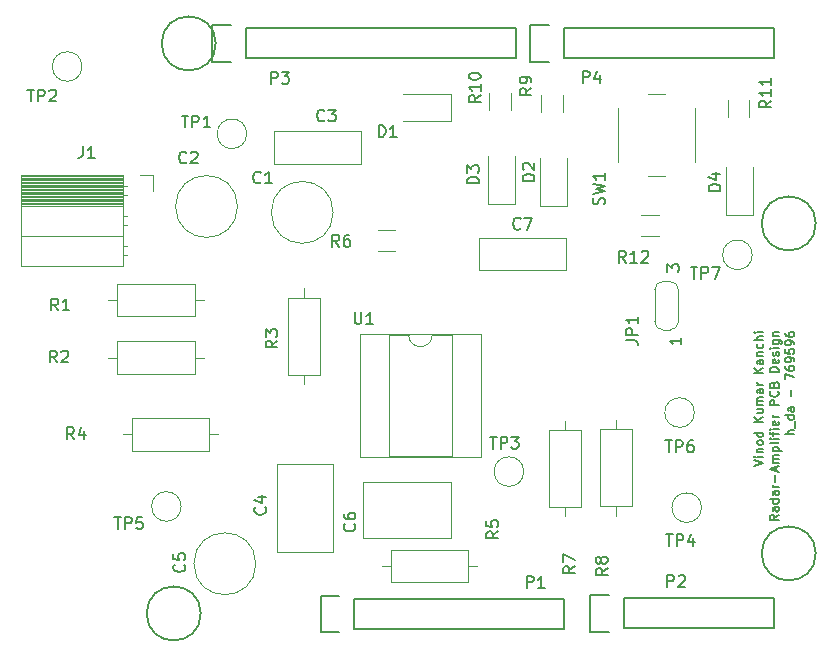
<source format=gbr>
%TF.GenerationSoftware,KiCad,Pcbnew,(5.1.9)-1*%
%TF.CreationDate,2021-05-23T14:15:34+02:00*%
%TF.ProjectId,NewRadar,4e657752-6164-4617-922e-6b696361645f,Radar_1v1.1*%
%TF.SameCoordinates,Original*%
%TF.FileFunction,Legend,Top*%
%TF.FilePolarity,Positive*%
%FSLAX46Y46*%
G04 Gerber Fmt 4.6, Leading zero omitted, Abs format (unit mm)*
G04 Created by KiCad (PCBNEW (5.1.9)-1) date 2021-05-23 14:15:34*
%MOMM*%
%LPD*%
G01*
G04 APERTURE LIST*
%ADD10C,0.187500*%
%ADD11C,0.120000*%
%ADD12C,0.150000*%
G04 APERTURE END LIST*
D10*
X174124785Y-111301160D02*
X174874785Y-111051160D01*
X174124785Y-110801160D01*
X174874785Y-110551160D02*
X174374785Y-110551160D01*
X174124785Y-110551160D02*
X174160500Y-110586875D01*
X174196214Y-110551160D01*
X174160500Y-110515446D01*
X174124785Y-110551160D01*
X174196214Y-110551160D01*
X174374785Y-110194017D02*
X174874785Y-110194017D01*
X174446214Y-110194017D02*
X174410500Y-110158303D01*
X174374785Y-110086875D01*
X174374785Y-109979732D01*
X174410500Y-109908303D01*
X174481928Y-109872589D01*
X174874785Y-109872589D01*
X174874785Y-109408303D02*
X174839071Y-109479732D01*
X174803357Y-109515446D01*
X174731928Y-109551160D01*
X174517642Y-109551160D01*
X174446214Y-109515446D01*
X174410500Y-109479732D01*
X174374785Y-109408303D01*
X174374785Y-109301160D01*
X174410500Y-109229732D01*
X174446214Y-109194017D01*
X174517642Y-109158303D01*
X174731928Y-109158303D01*
X174803357Y-109194017D01*
X174839071Y-109229732D01*
X174874785Y-109301160D01*
X174874785Y-109408303D01*
X174874785Y-108515446D02*
X174124785Y-108515446D01*
X174839071Y-108515446D02*
X174874785Y-108586875D01*
X174874785Y-108729732D01*
X174839071Y-108801160D01*
X174803357Y-108836875D01*
X174731928Y-108872589D01*
X174517642Y-108872589D01*
X174446214Y-108836875D01*
X174410500Y-108801160D01*
X174374785Y-108729732D01*
X174374785Y-108586875D01*
X174410500Y-108515446D01*
X174874785Y-107586875D02*
X174124785Y-107586875D01*
X174874785Y-107158303D02*
X174446214Y-107479732D01*
X174124785Y-107158303D02*
X174553357Y-107586875D01*
X174374785Y-106515446D02*
X174874785Y-106515446D01*
X174374785Y-106836875D02*
X174767642Y-106836875D01*
X174839071Y-106801160D01*
X174874785Y-106729732D01*
X174874785Y-106622589D01*
X174839071Y-106551160D01*
X174803357Y-106515446D01*
X174874785Y-106158303D02*
X174374785Y-106158303D01*
X174446214Y-106158303D02*
X174410500Y-106122589D01*
X174374785Y-106051160D01*
X174374785Y-105944017D01*
X174410500Y-105872589D01*
X174481928Y-105836875D01*
X174874785Y-105836875D01*
X174481928Y-105836875D02*
X174410500Y-105801160D01*
X174374785Y-105729732D01*
X174374785Y-105622589D01*
X174410500Y-105551160D01*
X174481928Y-105515446D01*
X174874785Y-105515446D01*
X174874785Y-104836875D02*
X174481928Y-104836875D01*
X174410500Y-104872589D01*
X174374785Y-104944017D01*
X174374785Y-105086875D01*
X174410500Y-105158303D01*
X174839071Y-104836875D02*
X174874785Y-104908303D01*
X174874785Y-105086875D01*
X174839071Y-105158303D01*
X174767642Y-105194017D01*
X174696214Y-105194017D01*
X174624785Y-105158303D01*
X174589071Y-105086875D01*
X174589071Y-104908303D01*
X174553357Y-104836875D01*
X174874785Y-104479732D02*
X174374785Y-104479732D01*
X174517642Y-104479732D02*
X174446214Y-104444017D01*
X174410500Y-104408303D01*
X174374785Y-104336875D01*
X174374785Y-104265446D01*
X174874785Y-103444017D02*
X174124785Y-103444017D01*
X174874785Y-103015446D02*
X174446214Y-103336875D01*
X174124785Y-103015446D02*
X174553357Y-103444017D01*
X174874785Y-102372589D02*
X174481928Y-102372589D01*
X174410500Y-102408303D01*
X174374785Y-102479732D01*
X174374785Y-102622589D01*
X174410500Y-102694017D01*
X174839071Y-102372589D02*
X174874785Y-102444017D01*
X174874785Y-102622589D01*
X174839071Y-102694017D01*
X174767642Y-102729732D01*
X174696214Y-102729732D01*
X174624785Y-102694017D01*
X174589071Y-102622589D01*
X174589071Y-102444017D01*
X174553357Y-102372589D01*
X174374785Y-102015446D02*
X174874785Y-102015446D01*
X174446214Y-102015446D02*
X174410500Y-101979732D01*
X174374785Y-101908303D01*
X174374785Y-101801160D01*
X174410500Y-101729732D01*
X174481928Y-101694017D01*
X174874785Y-101694017D01*
X174839071Y-101015446D02*
X174874785Y-101086875D01*
X174874785Y-101229732D01*
X174839071Y-101301160D01*
X174803357Y-101336875D01*
X174731928Y-101372589D01*
X174517642Y-101372589D01*
X174446214Y-101336875D01*
X174410500Y-101301160D01*
X174374785Y-101229732D01*
X174374785Y-101086875D01*
X174410500Y-101015446D01*
X174874785Y-100694017D02*
X174124785Y-100694017D01*
X174874785Y-100372589D02*
X174481928Y-100372589D01*
X174410500Y-100408303D01*
X174374785Y-100479732D01*
X174374785Y-100586875D01*
X174410500Y-100658303D01*
X174446214Y-100694017D01*
X174874785Y-100015446D02*
X174374785Y-100015446D01*
X174124785Y-100015446D02*
X174160500Y-100051160D01*
X174196214Y-100015446D01*
X174160500Y-99979732D01*
X174124785Y-100015446D01*
X174196214Y-100015446D01*
X176187285Y-115479732D02*
X175830142Y-115729732D01*
X176187285Y-115908303D02*
X175437285Y-115908303D01*
X175437285Y-115622589D01*
X175473000Y-115551160D01*
X175508714Y-115515446D01*
X175580142Y-115479732D01*
X175687285Y-115479732D01*
X175758714Y-115515446D01*
X175794428Y-115551160D01*
X175830142Y-115622589D01*
X175830142Y-115908303D01*
X176187285Y-114836875D02*
X175794428Y-114836875D01*
X175723000Y-114872589D01*
X175687285Y-114944017D01*
X175687285Y-115086875D01*
X175723000Y-115158303D01*
X176151571Y-114836875D02*
X176187285Y-114908303D01*
X176187285Y-115086875D01*
X176151571Y-115158303D01*
X176080142Y-115194017D01*
X176008714Y-115194017D01*
X175937285Y-115158303D01*
X175901571Y-115086875D01*
X175901571Y-114908303D01*
X175865857Y-114836875D01*
X176187285Y-114158303D02*
X175437285Y-114158303D01*
X176151571Y-114158303D02*
X176187285Y-114229732D01*
X176187285Y-114372589D01*
X176151571Y-114444017D01*
X176115857Y-114479732D01*
X176044428Y-114515446D01*
X175830142Y-114515446D01*
X175758714Y-114479732D01*
X175723000Y-114444017D01*
X175687285Y-114372589D01*
X175687285Y-114229732D01*
X175723000Y-114158303D01*
X176187285Y-113479732D02*
X175794428Y-113479732D01*
X175723000Y-113515446D01*
X175687285Y-113586875D01*
X175687285Y-113729732D01*
X175723000Y-113801160D01*
X176151571Y-113479732D02*
X176187285Y-113551160D01*
X176187285Y-113729732D01*
X176151571Y-113801160D01*
X176080142Y-113836875D01*
X176008714Y-113836875D01*
X175937285Y-113801160D01*
X175901571Y-113729732D01*
X175901571Y-113551160D01*
X175865857Y-113479732D01*
X176187285Y-113122589D02*
X175687285Y-113122589D01*
X175830142Y-113122589D02*
X175758714Y-113086875D01*
X175723000Y-113051160D01*
X175687285Y-112979732D01*
X175687285Y-112908303D01*
X175901571Y-112658303D02*
X175901571Y-112086875D01*
X175973000Y-111765446D02*
X175973000Y-111408303D01*
X176187285Y-111836875D02*
X175437285Y-111586875D01*
X176187285Y-111336875D01*
X176187285Y-111086875D02*
X175687285Y-111086875D01*
X175758714Y-111086875D02*
X175723000Y-111051160D01*
X175687285Y-110979732D01*
X175687285Y-110872589D01*
X175723000Y-110801160D01*
X175794428Y-110765446D01*
X176187285Y-110765446D01*
X175794428Y-110765446D02*
X175723000Y-110729732D01*
X175687285Y-110658303D01*
X175687285Y-110551160D01*
X175723000Y-110479732D01*
X175794428Y-110444017D01*
X176187285Y-110444017D01*
X175687285Y-110086875D02*
X176437285Y-110086875D01*
X175723000Y-110086875D02*
X175687285Y-110015446D01*
X175687285Y-109872589D01*
X175723000Y-109801160D01*
X175758714Y-109765446D01*
X175830142Y-109729732D01*
X176044428Y-109729732D01*
X176115857Y-109765446D01*
X176151571Y-109801160D01*
X176187285Y-109872589D01*
X176187285Y-110015446D01*
X176151571Y-110086875D01*
X176187285Y-109301160D02*
X176151571Y-109372589D01*
X176080142Y-109408303D01*
X175437285Y-109408303D01*
X176187285Y-109015446D02*
X175687285Y-109015446D01*
X175437285Y-109015446D02*
X175473000Y-109051160D01*
X175508714Y-109015446D01*
X175473000Y-108979732D01*
X175437285Y-109015446D01*
X175508714Y-109015446D01*
X175687285Y-108765446D02*
X175687285Y-108479732D01*
X176187285Y-108658303D02*
X175544428Y-108658303D01*
X175473000Y-108622589D01*
X175437285Y-108551160D01*
X175437285Y-108479732D01*
X176187285Y-108229732D02*
X175687285Y-108229732D01*
X175437285Y-108229732D02*
X175473000Y-108265446D01*
X175508714Y-108229732D01*
X175473000Y-108194017D01*
X175437285Y-108229732D01*
X175508714Y-108229732D01*
X176151571Y-107586875D02*
X176187285Y-107658303D01*
X176187285Y-107801160D01*
X176151571Y-107872589D01*
X176080142Y-107908303D01*
X175794428Y-107908303D01*
X175723000Y-107872589D01*
X175687285Y-107801160D01*
X175687285Y-107658303D01*
X175723000Y-107586875D01*
X175794428Y-107551160D01*
X175865857Y-107551160D01*
X175937285Y-107908303D01*
X176187285Y-107229732D02*
X175687285Y-107229732D01*
X175830142Y-107229732D02*
X175758714Y-107194017D01*
X175723000Y-107158303D01*
X175687285Y-107086875D01*
X175687285Y-107015446D01*
X176187285Y-106194017D02*
X175437285Y-106194017D01*
X175437285Y-105908303D01*
X175473000Y-105836875D01*
X175508714Y-105801160D01*
X175580142Y-105765446D01*
X175687285Y-105765446D01*
X175758714Y-105801160D01*
X175794428Y-105836875D01*
X175830142Y-105908303D01*
X175830142Y-106194017D01*
X176115857Y-105015446D02*
X176151571Y-105051160D01*
X176187285Y-105158303D01*
X176187285Y-105229732D01*
X176151571Y-105336875D01*
X176080142Y-105408303D01*
X176008714Y-105444017D01*
X175865857Y-105479732D01*
X175758714Y-105479732D01*
X175615857Y-105444017D01*
X175544428Y-105408303D01*
X175473000Y-105336875D01*
X175437285Y-105229732D01*
X175437285Y-105158303D01*
X175473000Y-105051160D01*
X175508714Y-105015446D01*
X175794428Y-104444017D02*
X175830142Y-104336875D01*
X175865857Y-104301160D01*
X175937285Y-104265446D01*
X176044428Y-104265446D01*
X176115857Y-104301160D01*
X176151571Y-104336875D01*
X176187285Y-104408303D01*
X176187285Y-104694017D01*
X175437285Y-104694017D01*
X175437285Y-104444017D01*
X175473000Y-104372589D01*
X175508714Y-104336875D01*
X175580142Y-104301160D01*
X175651571Y-104301160D01*
X175723000Y-104336875D01*
X175758714Y-104372589D01*
X175794428Y-104444017D01*
X175794428Y-104694017D01*
X176187285Y-103372589D02*
X175437285Y-103372589D01*
X175437285Y-103194017D01*
X175473000Y-103086875D01*
X175544428Y-103015446D01*
X175615857Y-102979732D01*
X175758714Y-102944017D01*
X175865857Y-102944017D01*
X176008714Y-102979732D01*
X176080142Y-103015446D01*
X176151571Y-103086875D01*
X176187285Y-103194017D01*
X176187285Y-103372589D01*
X176151571Y-102336875D02*
X176187285Y-102408303D01*
X176187285Y-102551160D01*
X176151571Y-102622589D01*
X176080142Y-102658303D01*
X175794428Y-102658303D01*
X175723000Y-102622589D01*
X175687285Y-102551160D01*
X175687285Y-102408303D01*
X175723000Y-102336875D01*
X175794428Y-102301160D01*
X175865857Y-102301160D01*
X175937285Y-102658303D01*
X176151571Y-102015446D02*
X176187285Y-101944017D01*
X176187285Y-101801160D01*
X176151571Y-101729732D01*
X176080142Y-101694017D01*
X176044428Y-101694017D01*
X175973000Y-101729732D01*
X175937285Y-101801160D01*
X175937285Y-101908303D01*
X175901571Y-101979732D01*
X175830142Y-102015446D01*
X175794428Y-102015446D01*
X175723000Y-101979732D01*
X175687285Y-101908303D01*
X175687285Y-101801160D01*
X175723000Y-101729732D01*
X176187285Y-101372589D02*
X175687285Y-101372589D01*
X175437285Y-101372589D02*
X175473000Y-101408303D01*
X175508714Y-101372589D01*
X175473000Y-101336875D01*
X175437285Y-101372589D01*
X175508714Y-101372589D01*
X175687285Y-100694017D02*
X176294428Y-100694017D01*
X176365857Y-100729732D01*
X176401571Y-100765446D01*
X176437285Y-100836875D01*
X176437285Y-100944017D01*
X176401571Y-101015446D01*
X176151571Y-100694017D02*
X176187285Y-100765446D01*
X176187285Y-100908303D01*
X176151571Y-100979732D01*
X176115857Y-101015446D01*
X176044428Y-101051160D01*
X175830142Y-101051160D01*
X175758714Y-101015446D01*
X175723000Y-100979732D01*
X175687285Y-100908303D01*
X175687285Y-100765446D01*
X175723000Y-100694017D01*
X175687285Y-100336875D02*
X176187285Y-100336875D01*
X175758714Y-100336875D02*
X175723000Y-100301160D01*
X175687285Y-100229732D01*
X175687285Y-100122589D01*
X175723000Y-100051160D01*
X175794428Y-100015446D01*
X176187285Y-100015446D01*
X177499785Y-108622589D02*
X176749785Y-108622589D01*
X177499785Y-108301160D02*
X177106928Y-108301160D01*
X177035500Y-108336875D01*
X176999785Y-108408303D01*
X176999785Y-108515446D01*
X177035500Y-108586875D01*
X177071214Y-108622589D01*
X177571214Y-108122589D02*
X177571214Y-107551160D01*
X177499785Y-107051160D02*
X176749785Y-107051160D01*
X177464071Y-107051160D02*
X177499785Y-107122589D01*
X177499785Y-107265446D01*
X177464071Y-107336875D01*
X177428357Y-107372589D01*
X177356928Y-107408303D01*
X177142642Y-107408303D01*
X177071214Y-107372589D01*
X177035500Y-107336875D01*
X176999785Y-107265446D01*
X176999785Y-107122589D01*
X177035500Y-107051160D01*
X177499785Y-106372589D02*
X177106928Y-106372589D01*
X177035500Y-106408303D01*
X176999785Y-106479732D01*
X176999785Y-106622589D01*
X177035500Y-106694017D01*
X177464071Y-106372589D02*
X177499785Y-106444017D01*
X177499785Y-106622589D01*
X177464071Y-106694017D01*
X177392642Y-106729732D01*
X177321214Y-106729732D01*
X177249785Y-106694017D01*
X177214071Y-106622589D01*
X177214071Y-106444017D01*
X177178357Y-106372589D01*
X177214071Y-105444017D02*
X177214071Y-104872589D01*
X176749785Y-104015446D02*
X176749785Y-103515446D01*
X177499785Y-103836875D01*
X176749785Y-102908303D02*
X176749785Y-103051160D01*
X176785500Y-103122589D01*
X176821214Y-103158303D01*
X176928357Y-103229732D01*
X177071214Y-103265446D01*
X177356928Y-103265446D01*
X177428357Y-103229732D01*
X177464071Y-103194017D01*
X177499785Y-103122589D01*
X177499785Y-102979732D01*
X177464071Y-102908303D01*
X177428357Y-102872589D01*
X177356928Y-102836875D01*
X177178357Y-102836875D01*
X177106928Y-102872589D01*
X177071214Y-102908303D01*
X177035500Y-102979732D01*
X177035500Y-103122589D01*
X177071214Y-103194017D01*
X177106928Y-103229732D01*
X177178357Y-103265446D01*
X177499785Y-102479732D02*
X177499785Y-102336875D01*
X177464071Y-102265446D01*
X177428357Y-102229732D01*
X177321214Y-102158303D01*
X177178357Y-102122589D01*
X176892642Y-102122589D01*
X176821214Y-102158303D01*
X176785500Y-102194017D01*
X176749785Y-102265446D01*
X176749785Y-102408303D01*
X176785500Y-102479732D01*
X176821214Y-102515446D01*
X176892642Y-102551160D01*
X177071214Y-102551160D01*
X177142642Y-102515446D01*
X177178357Y-102479732D01*
X177214071Y-102408303D01*
X177214071Y-102265446D01*
X177178357Y-102194017D01*
X177142642Y-102158303D01*
X177071214Y-102122589D01*
X176749785Y-101444017D02*
X176749785Y-101801160D01*
X177106928Y-101836875D01*
X177071214Y-101801160D01*
X177035500Y-101729732D01*
X177035500Y-101551160D01*
X177071214Y-101479732D01*
X177106928Y-101444017D01*
X177178357Y-101408303D01*
X177356928Y-101408303D01*
X177428357Y-101444017D01*
X177464071Y-101479732D01*
X177499785Y-101551160D01*
X177499785Y-101729732D01*
X177464071Y-101801160D01*
X177428357Y-101836875D01*
X177499785Y-101051160D02*
X177499785Y-100908303D01*
X177464071Y-100836875D01*
X177428357Y-100801160D01*
X177321214Y-100729732D01*
X177178357Y-100694017D01*
X176892642Y-100694017D01*
X176821214Y-100729732D01*
X176785500Y-100765446D01*
X176749785Y-100836875D01*
X176749785Y-100979732D01*
X176785500Y-101051160D01*
X176821214Y-101086875D01*
X176892642Y-101122589D01*
X177071214Y-101122589D01*
X177142642Y-101086875D01*
X177178357Y-101051160D01*
X177214071Y-100979732D01*
X177214071Y-100836875D01*
X177178357Y-100765446D01*
X177142642Y-100729732D01*
X177071214Y-100694017D01*
X176749785Y-100051160D02*
X176749785Y-100194017D01*
X176785500Y-100265446D01*
X176821214Y-100301160D01*
X176928357Y-100372589D01*
X177071214Y-100408303D01*
X177356928Y-100408303D01*
X177428357Y-100372589D01*
X177464071Y-100336875D01*
X177499785Y-100265446D01*
X177499785Y-100122589D01*
X177464071Y-100051160D01*
X177428357Y-100015446D01*
X177356928Y-99979732D01*
X177178357Y-99979732D01*
X177106928Y-100015446D01*
X177071214Y-100051160D01*
X177035500Y-100122589D01*
X177035500Y-100265446D01*
X177071214Y-100336875D01*
X177106928Y-100372589D01*
X177178357Y-100408303D01*
D11*
X150998000Y-100175000D02*
X140718000Y-100175000D01*
X150998000Y-110575000D02*
X150998000Y-100175000D01*
X140718000Y-110575000D02*
X150998000Y-110575000D01*
X140718000Y-100175000D02*
X140718000Y-110575000D01*
X148508000Y-100235000D02*
X146858000Y-100235000D01*
X148508000Y-110515000D02*
X148508000Y-100235000D01*
X143208000Y-110515000D02*
X148508000Y-110515000D01*
X143208000Y-100235000D02*
X143208000Y-110515000D01*
X144858000Y-100235000D02*
X143208000Y-100235000D01*
X146858000Y-100235000D02*
G75*
G02*
X144858000Y-100235000I-1000000J0D01*
G01*
X135998000Y-104385000D02*
X135998000Y-103615000D01*
X135998000Y-96305000D02*
X135998000Y-97075000D01*
X137368000Y-103615000D02*
X137368000Y-97075000D01*
X134628000Y-103615000D02*
X137368000Y-103615000D01*
X134628000Y-97075000D02*
X134628000Y-103615000D01*
X137368000Y-97075000D02*
X134628000Y-97075000D01*
X122098000Y-86685000D02*
X123208000Y-86685000D01*
X123208000Y-86685000D02*
X123208000Y-88015000D01*
X112008000Y-86685000D02*
X112008000Y-94425000D01*
X112008000Y-94425000D02*
X120638000Y-94425000D01*
X120638000Y-86685000D02*
X120638000Y-94425000D01*
X112008000Y-86685000D02*
X120638000Y-86685000D01*
X112008000Y-91825000D02*
X120638000Y-91825000D01*
X112008000Y-89285000D02*
X120638000Y-89285000D01*
X120638000Y-93455000D02*
X121048000Y-93455000D01*
X120638000Y-92735000D02*
X121048000Y-92735000D01*
X120638000Y-90915000D02*
X121048000Y-90915000D01*
X120638000Y-90195000D02*
X121048000Y-90195000D01*
X120638000Y-88375000D02*
X120988000Y-88375000D01*
X120638000Y-87655000D02*
X120988000Y-87655000D01*
X112008000Y-89166900D02*
X120638000Y-89166900D01*
X112008000Y-89048805D02*
X120638000Y-89048805D01*
X112008000Y-88930710D02*
X120638000Y-88930710D01*
X112008000Y-88812615D02*
X120638000Y-88812615D01*
X112008000Y-88694520D02*
X120638000Y-88694520D01*
X112008000Y-88576425D02*
X120638000Y-88576425D01*
X112008000Y-88458330D02*
X120638000Y-88458330D01*
X112008000Y-88340235D02*
X120638000Y-88340235D01*
X112008000Y-88222140D02*
X120638000Y-88222140D01*
X112008000Y-88104045D02*
X120638000Y-88104045D01*
X112008000Y-87985950D02*
X120638000Y-87985950D01*
X112008000Y-87867855D02*
X120638000Y-87867855D01*
X112008000Y-87749760D02*
X120638000Y-87749760D01*
X112008000Y-87631665D02*
X120638000Y-87631665D01*
X112008000Y-87513570D02*
X120638000Y-87513570D01*
X112008000Y-87395475D02*
X120638000Y-87395475D01*
X112008000Y-87277380D02*
X120638000Y-87277380D01*
X112008000Y-87159285D02*
X120638000Y-87159285D01*
X112008000Y-87041190D02*
X120638000Y-87041190D01*
X112008000Y-86923095D02*
X120638000Y-86923095D01*
X112008000Y-86805000D02*
X120638000Y-86805000D01*
X133428000Y-85735000D02*
X133428000Y-82995000D01*
X140868000Y-85735000D02*
X140868000Y-82995000D01*
X140868000Y-82995000D02*
X133428000Y-82995000D01*
X140868000Y-85735000D02*
X133428000Y-85735000D01*
X141028000Y-112695000D02*
X148468000Y-112695000D01*
X141028000Y-117435000D02*
X148468000Y-117435000D01*
X141028000Y-112695000D02*
X141028000Y-117435000D01*
X148468000Y-112695000D02*
X148468000Y-117435000D01*
X144398000Y-82100000D02*
X148458000Y-82100000D01*
X148458000Y-82100000D02*
X148458000Y-79830000D01*
X148458000Y-79830000D02*
X144398000Y-79830000D01*
D12*
X160248000Y-122275000D02*
X160248000Y-125375000D01*
X161798000Y-122275000D02*
X160248000Y-122275000D01*
X163068000Y-125095000D02*
X163068000Y-122555000D01*
X160248000Y-125375000D02*
X161798000Y-125375000D01*
X175768000Y-122555000D02*
X163068000Y-122555000D01*
X175768000Y-125095000D02*
X175768000Y-122555000D01*
X163068000Y-125095000D02*
X175768000Y-125095000D01*
X128244000Y-74015000D02*
X128244000Y-77115000D01*
X129794000Y-74015000D02*
X128244000Y-74015000D01*
X131064000Y-76835000D02*
X131064000Y-74295000D01*
X128244000Y-77115000D02*
X129794000Y-77115000D01*
X153924000Y-74295000D02*
X131064000Y-74295000D01*
X153924000Y-76835000D02*
X153924000Y-74295000D01*
X131064000Y-76835000D02*
X153924000Y-76835000D01*
X155168000Y-74015000D02*
X155168000Y-77115000D01*
X156718000Y-74015000D02*
X155168000Y-74015000D01*
X157988000Y-76835000D02*
X157988000Y-74295000D01*
X155168000Y-77115000D02*
X156718000Y-77115000D01*
X175768000Y-74295000D02*
X157988000Y-74295000D01*
X175768000Y-76835000D02*
X175768000Y-74295000D01*
X157988000Y-76835000D02*
X175768000Y-76835000D01*
X127254000Y-123825000D02*
G75*
G03*
X127254000Y-123825000I-2286000J0D01*
G01*
X179324000Y-118745000D02*
G75*
G03*
X179324000Y-118745000I-2286000J0D01*
G01*
X128524000Y-75565000D02*
G75*
G03*
X128524000Y-75565000I-2286000J0D01*
G01*
X179324000Y-90805000D02*
G75*
G03*
X179324000Y-90805000I-2286000J0D01*
G01*
D11*
X138468000Y-89865000D02*
G75*
G03*
X138468000Y-89865000I-2620000J0D01*
G01*
X130368000Y-89365000D02*
G75*
G03*
X130368000Y-89365000I-2620000J0D01*
G01*
X133728000Y-111195000D02*
X138468000Y-111195000D01*
X133728000Y-118635000D02*
X138468000Y-118635000D01*
X138468000Y-118635000D02*
X138468000Y-111195000D01*
X133728000Y-118635000D02*
X133728000Y-111195000D01*
X131918000Y-119615000D02*
G75*
G03*
X131918000Y-119615000I-2620000J0D01*
G01*
X158233000Y-89325000D02*
X158233000Y-85265000D01*
X155963000Y-89325000D02*
X158233000Y-89325000D01*
X155963000Y-85265000D02*
X155963000Y-89325000D01*
X151563000Y-85065000D02*
X151563000Y-89125000D01*
X151563000Y-89125000D02*
X153833000Y-89125000D01*
X153833000Y-89125000D02*
X153833000Y-85065000D01*
X174033000Y-90125000D02*
X174033000Y-86065000D01*
X171763000Y-90125000D02*
X174033000Y-90125000D01*
X171763000Y-86065000D02*
X171763000Y-90125000D01*
X127518000Y-97265000D02*
X126748000Y-97265000D01*
X119438000Y-97265000D02*
X120208000Y-97265000D01*
X126748000Y-95895000D02*
X120208000Y-95895000D01*
X126748000Y-98635000D02*
X126748000Y-95895000D01*
X120208000Y-98635000D02*
X126748000Y-98635000D01*
X120208000Y-95895000D02*
X120208000Y-98635000D01*
X126738000Y-103535000D02*
X126738000Y-100795000D01*
X126738000Y-100795000D02*
X120198000Y-100795000D01*
X120198000Y-100795000D02*
X120198000Y-103535000D01*
X120198000Y-103535000D02*
X126738000Y-103535000D01*
X127508000Y-102165000D02*
X126738000Y-102165000D01*
X119428000Y-102165000D02*
X120198000Y-102165000D01*
X127988000Y-110035000D02*
X127988000Y-107295000D01*
X127988000Y-107295000D02*
X121448000Y-107295000D01*
X121448000Y-107295000D02*
X121448000Y-110035000D01*
X121448000Y-110035000D02*
X127988000Y-110035000D01*
X128758000Y-108665000D02*
X127988000Y-108665000D01*
X120678000Y-108665000D02*
X121448000Y-108665000D01*
X150658000Y-119815000D02*
X149888000Y-119815000D01*
X142578000Y-119815000D02*
X143348000Y-119815000D01*
X149888000Y-118445000D02*
X143348000Y-118445000D01*
X149888000Y-121185000D02*
X149888000Y-118445000D01*
X143348000Y-121185000D02*
X149888000Y-121185000D01*
X143348000Y-118445000D02*
X143348000Y-121185000D01*
X143725064Y-93175000D02*
X142270936Y-93175000D01*
X143725064Y-91355000D02*
X142270936Y-91355000D01*
X163768000Y-108225000D02*
X161028000Y-108225000D01*
X161028000Y-108225000D02*
X161028000Y-114765000D01*
X161028000Y-114765000D02*
X163768000Y-114765000D01*
X163768000Y-114765000D02*
X163768000Y-108225000D01*
X162398000Y-107455000D02*
X162398000Y-108225000D01*
X162398000Y-115535000D02*
X162398000Y-114765000D01*
X157908000Y-81392064D02*
X157908000Y-79937936D01*
X156088000Y-81392064D02*
X156088000Y-79937936D01*
X151688000Y-81192064D02*
X151688000Y-79737936D01*
X153508000Y-81192064D02*
X153508000Y-79737936D01*
X173708000Y-81792064D02*
X173708000Y-80337936D01*
X171888000Y-81792064D02*
X171888000Y-80337936D01*
X166025064Y-90055000D02*
X164570936Y-90055000D01*
X166025064Y-91875000D02*
X164570936Y-91875000D01*
X165098000Y-86815000D02*
X166598000Y-86815000D01*
X169098000Y-85565000D02*
X169098000Y-81065000D01*
X166598000Y-79815000D02*
X165098000Y-79815000D01*
X162598000Y-81065000D02*
X162598000Y-85565000D01*
X131149000Y-83215000D02*
G75*
G03*
X131149000Y-83215000I-1251000J0D01*
G01*
X117199000Y-77515000D02*
G75*
G03*
X117199000Y-77515000I-1251000J0D01*
G01*
X154599000Y-111815000D02*
G75*
G03*
X154599000Y-111815000I-1251000J0D01*
G01*
X169649000Y-114865000D02*
G75*
G03*
X169649000Y-114865000I-1251000J0D01*
G01*
X125599000Y-114765000D02*
G75*
G03*
X125599000Y-114765000I-1251000J0D01*
G01*
X169049000Y-106815000D02*
G75*
G03*
X169049000Y-106815000I-1251000J0D01*
G01*
X158098000Y-107495000D02*
X158098000Y-108265000D01*
X158098000Y-115575000D02*
X158098000Y-114805000D01*
X156728000Y-108265000D02*
X156728000Y-114805000D01*
X159468000Y-108265000D02*
X156728000Y-108265000D01*
X159468000Y-114805000D02*
X159468000Y-108265000D01*
X156728000Y-114805000D02*
X159468000Y-114805000D01*
X165698000Y-99165000D02*
X165698000Y-96365000D01*
X166398000Y-95715000D02*
X166998000Y-95715000D01*
X167698000Y-96365000D02*
X167698000Y-99165000D01*
X166998000Y-99815000D02*
X166398000Y-99815000D01*
X165698000Y-96415000D02*
G75*
G02*
X166398000Y-95715000I700000J0D01*
G01*
X166998000Y-95715000D02*
G75*
G02*
X167698000Y-96415000I0J-700000D01*
G01*
X167698000Y-99115000D02*
G75*
G02*
X166998000Y-99815000I-700000J0D01*
G01*
X166398000Y-99815000D02*
G75*
G02*
X165698000Y-99115000I0J700000D01*
G01*
D12*
X137408000Y-122315000D02*
X137408000Y-125415000D01*
X138958000Y-122315000D02*
X137408000Y-122315000D01*
X140228000Y-125135000D02*
X140228000Y-122595000D01*
X137408000Y-125415000D02*
X138958000Y-125415000D01*
X158008000Y-122595000D02*
X140228000Y-122595000D01*
X158008000Y-125135000D02*
X158008000Y-122595000D01*
X140228000Y-125135000D02*
X158008000Y-125135000D01*
D11*
X173949000Y-93465000D02*
G75*
G03*
X173949000Y-93465000I-1251000J0D01*
G01*
X158218000Y-91995000D02*
X158218000Y-94735000D01*
X150778000Y-91995000D02*
X150778000Y-94735000D01*
X150778000Y-94735000D02*
X158218000Y-94735000D01*
X150778000Y-91995000D02*
X158218000Y-91995000D01*
D12*
X140286095Y-98317380D02*
X140286095Y-99126904D01*
X140333714Y-99222142D01*
X140381333Y-99269761D01*
X140476571Y-99317380D01*
X140667047Y-99317380D01*
X140762285Y-99269761D01*
X140809904Y-99222142D01*
X140857523Y-99126904D01*
X140857523Y-98317380D01*
X141857523Y-99317380D02*
X141286095Y-99317380D01*
X141571809Y-99317380D02*
X141571809Y-98317380D01*
X141476571Y-98460238D01*
X141381333Y-98555476D01*
X141286095Y-98603095D01*
X133750380Y-100731666D02*
X133274190Y-101065000D01*
X133750380Y-101303095D02*
X132750380Y-101303095D01*
X132750380Y-100922142D01*
X132798000Y-100826904D01*
X132845619Y-100779285D01*
X132940857Y-100731666D01*
X133083714Y-100731666D01*
X133178952Y-100779285D01*
X133226571Y-100826904D01*
X133274190Y-100922142D01*
X133274190Y-101303095D01*
X132750380Y-100398333D02*
X132750380Y-99779285D01*
X133131333Y-100112619D01*
X133131333Y-99969761D01*
X133178952Y-99874523D01*
X133226571Y-99826904D01*
X133321809Y-99779285D01*
X133559904Y-99779285D01*
X133655142Y-99826904D01*
X133702761Y-99874523D01*
X133750380Y-99969761D01*
X133750380Y-100255476D01*
X133702761Y-100350714D01*
X133655142Y-100398333D01*
X117264666Y-84267380D02*
X117264666Y-84981666D01*
X117217047Y-85124523D01*
X117121809Y-85219761D01*
X116978952Y-85267380D01*
X116883714Y-85267380D01*
X118264666Y-85267380D02*
X117693238Y-85267380D01*
X117978952Y-85267380D02*
X117978952Y-84267380D01*
X117883714Y-84410238D01*
X117788476Y-84505476D01*
X117693238Y-84553095D01*
X137731333Y-82072142D02*
X137683714Y-82119761D01*
X137540857Y-82167380D01*
X137445619Y-82167380D01*
X137302761Y-82119761D01*
X137207523Y-82024523D01*
X137159904Y-81929285D01*
X137112285Y-81738809D01*
X137112285Y-81595952D01*
X137159904Y-81405476D01*
X137207523Y-81310238D01*
X137302761Y-81215000D01*
X137445619Y-81167380D01*
X137540857Y-81167380D01*
X137683714Y-81215000D01*
X137731333Y-81262619D01*
X138064666Y-81167380D02*
X138683714Y-81167380D01*
X138350380Y-81548333D01*
X138493238Y-81548333D01*
X138588476Y-81595952D01*
X138636095Y-81643571D01*
X138683714Y-81738809D01*
X138683714Y-81976904D01*
X138636095Y-82072142D01*
X138588476Y-82119761D01*
X138493238Y-82167380D01*
X138207523Y-82167380D01*
X138112285Y-82119761D01*
X138064666Y-82072142D01*
X140255142Y-116231666D02*
X140302761Y-116279285D01*
X140350380Y-116422142D01*
X140350380Y-116517380D01*
X140302761Y-116660238D01*
X140207523Y-116755476D01*
X140112285Y-116803095D01*
X139921809Y-116850714D01*
X139778952Y-116850714D01*
X139588476Y-116803095D01*
X139493238Y-116755476D01*
X139398000Y-116660238D01*
X139350380Y-116517380D01*
X139350380Y-116422142D01*
X139398000Y-116279285D01*
X139445619Y-116231666D01*
X139350380Y-115374523D02*
X139350380Y-115565000D01*
X139398000Y-115660238D01*
X139445619Y-115707857D01*
X139588476Y-115803095D01*
X139778952Y-115850714D01*
X140159904Y-115850714D01*
X140255142Y-115803095D01*
X140302761Y-115755476D01*
X140350380Y-115660238D01*
X140350380Y-115469761D01*
X140302761Y-115374523D01*
X140255142Y-115326904D01*
X140159904Y-115279285D01*
X139921809Y-115279285D01*
X139826571Y-115326904D01*
X139778952Y-115374523D01*
X139731333Y-115469761D01*
X139731333Y-115660238D01*
X139778952Y-115755476D01*
X139826571Y-115803095D01*
X139921809Y-115850714D01*
X142334904Y-83492380D02*
X142334904Y-82492380D01*
X142573000Y-82492380D01*
X142715857Y-82540000D01*
X142811095Y-82635238D01*
X142858714Y-82730476D01*
X142906333Y-82920952D01*
X142906333Y-83063809D01*
X142858714Y-83254285D01*
X142811095Y-83349523D01*
X142715857Y-83444761D01*
X142573000Y-83492380D01*
X142334904Y-83492380D01*
X143858714Y-83492380D02*
X143287285Y-83492380D01*
X143573000Y-83492380D02*
X143573000Y-82492380D01*
X143477761Y-82635238D01*
X143382523Y-82730476D01*
X143287285Y-82778095D01*
X166759904Y-121567380D02*
X166759904Y-120567380D01*
X167140857Y-120567380D01*
X167236095Y-120615000D01*
X167283714Y-120662619D01*
X167331333Y-120757857D01*
X167331333Y-120900714D01*
X167283714Y-120995952D01*
X167236095Y-121043571D01*
X167140857Y-121091190D01*
X166759904Y-121091190D01*
X167712285Y-120662619D02*
X167759904Y-120615000D01*
X167855142Y-120567380D01*
X168093238Y-120567380D01*
X168188476Y-120615000D01*
X168236095Y-120662619D01*
X168283714Y-120757857D01*
X168283714Y-120853095D01*
X168236095Y-120995952D01*
X167664666Y-121567380D01*
X168283714Y-121567380D01*
X133209904Y-78967380D02*
X133209904Y-77967380D01*
X133590857Y-77967380D01*
X133686095Y-78015000D01*
X133733714Y-78062619D01*
X133781333Y-78157857D01*
X133781333Y-78300714D01*
X133733714Y-78395952D01*
X133686095Y-78443571D01*
X133590857Y-78491190D01*
X133209904Y-78491190D01*
X134114666Y-77967380D02*
X134733714Y-77967380D01*
X134400380Y-78348333D01*
X134543238Y-78348333D01*
X134638476Y-78395952D01*
X134686095Y-78443571D01*
X134733714Y-78538809D01*
X134733714Y-78776904D01*
X134686095Y-78872142D01*
X134638476Y-78919761D01*
X134543238Y-78967380D01*
X134257523Y-78967380D01*
X134162285Y-78919761D01*
X134114666Y-78872142D01*
X159609904Y-78917380D02*
X159609904Y-77917380D01*
X159990857Y-77917380D01*
X160086095Y-77965000D01*
X160133714Y-78012619D01*
X160181333Y-78107857D01*
X160181333Y-78250714D01*
X160133714Y-78345952D01*
X160086095Y-78393571D01*
X159990857Y-78441190D01*
X159609904Y-78441190D01*
X161038476Y-78250714D02*
X161038476Y-78917380D01*
X160800380Y-77869761D02*
X160562285Y-78584047D01*
X161181333Y-78584047D01*
X132331333Y-87322142D02*
X132283714Y-87369761D01*
X132140857Y-87417380D01*
X132045619Y-87417380D01*
X131902761Y-87369761D01*
X131807523Y-87274523D01*
X131759904Y-87179285D01*
X131712285Y-86988809D01*
X131712285Y-86845952D01*
X131759904Y-86655476D01*
X131807523Y-86560238D01*
X131902761Y-86465000D01*
X132045619Y-86417380D01*
X132140857Y-86417380D01*
X132283714Y-86465000D01*
X132331333Y-86512619D01*
X133283714Y-87417380D02*
X132712285Y-87417380D01*
X132998000Y-87417380D02*
X132998000Y-86417380D01*
X132902761Y-86560238D01*
X132807523Y-86655476D01*
X132712285Y-86703095D01*
X126031333Y-85622142D02*
X125983714Y-85669761D01*
X125840857Y-85717380D01*
X125745619Y-85717380D01*
X125602761Y-85669761D01*
X125507523Y-85574523D01*
X125459904Y-85479285D01*
X125412285Y-85288809D01*
X125412285Y-85145952D01*
X125459904Y-84955476D01*
X125507523Y-84860238D01*
X125602761Y-84765000D01*
X125745619Y-84717380D01*
X125840857Y-84717380D01*
X125983714Y-84765000D01*
X126031333Y-84812619D01*
X126412285Y-84812619D02*
X126459904Y-84765000D01*
X126555142Y-84717380D01*
X126793238Y-84717380D01*
X126888476Y-84765000D01*
X126936095Y-84812619D01*
X126983714Y-84907857D01*
X126983714Y-85003095D01*
X126936095Y-85145952D01*
X126364666Y-85717380D01*
X126983714Y-85717380D01*
X132705142Y-114831666D02*
X132752761Y-114879285D01*
X132800380Y-115022142D01*
X132800380Y-115117380D01*
X132752761Y-115260238D01*
X132657523Y-115355476D01*
X132562285Y-115403095D01*
X132371809Y-115450714D01*
X132228952Y-115450714D01*
X132038476Y-115403095D01*
X131943238Y-115355476D01*
X131848000Y-115260238D01*
X131800380Y-115117380D01*
X131800380Y-115022142D01*
X131848000Y-114879285D01*
X131895619Y-114831666D01*
X132133714Y-113974523D02*
X132800380Y-113974523D01*
X131752761Y-114212619D02*
X132467047Y-114450714D01*
X132467047Y-113831666D01*
X125855142Y-119681666D02*
X125902761Y-119729285D01*
X125950380Y-119872142D01*
X125950380Y-119967380D01*
X125902761Y-120110238D01*
X125807523Y-120205476D01*
X125712285Y-120253095D01*
X125521809Y-120300714D01*
X125378952Y-120300714D01*
X125188476Y-120253095D01*
X125093238Y-120205476D01*
X124998000Y-120110238D01*
X124950380Y-119967380D01*
X124950380Y-119872142D01*
X124998000Y-119729285D01*
X125045619Y-119681666D01*
X124950380Y-118776904D02*
X124950380Y-119253095D01*
X125426571Y-119300714D01*
X125378952Y-119253095D01*
X125331333Y-119157857D01*
X125331333Y-118919761D01*
X125378952Y-118824523D01*
X125426571Y-118776904D01*
X125521809Y-118729285D01*
X125759904Y-118729285D01*
X125855142Y-118776904D01*
X125902761Y-118824523D01*
X125950380Y-118919761D01*
X125950380Y-119157857D01*
X125902761Y-119253095D01*
X125855142Y-119300714D01*
X155500380Y-87203095D02*
X154500380Y-87203095D01*
X154500380Y-86965000D01*
X154548000Y-86822142D01*
X154643238Y-86726904D01*
X154738476Y-86679285D01*
X154928952Y-86631666D01*
X155071809Y-86631666D01*
X155262285Y-86679285D01*
X155357523Y-86726904D01*
X155452761Y-86822142D01*
X155500380Y-86965000D01*
X155500380Y-87203095D01*
X154595619Y-86250714D02*
X154548000Y-86203095D01*
X154500380Y-86107857D01*
X154500380Y-85869761D01*
X154548000Y-85774523D01*
X154595619Y-85726904D01*
X154690857Y-85679285D01*
X154786095Y-85679285D01*
X154928952Y-85726904D01*
X155500380Y-86298333D01*
X155500380Y-85679285D01*
X150800380Y-87403095D02*
X149800380Y-87403095D01*
X149800380Y-87165000D01*
X149848000Y-87022142D01*
X149943238Y-86926904D01*
X150038476Y-86879285D01*
X150228952Y-86831666D01*
X150371809Y-86831666D01*
X150562285Y-86879285D01*
X150657523Y-86926904D01*
X150752761Y-87022142D01*
X150800380Y-87165000D01*
X150800380Y-87403095D01*
X149800380Y-86498333D02*
X149800380Y-85879285D01*
X150181333Y-86212619D01*
X150181333Y-86069761D01*
X150228952Y-85974523D01*
X150276571Y-85926904D01*
X150371809Y-85879285D01*
X150609904Y-85879285D01*
X150705142Y-85926904D01*
X150752761Y-85974523D01*
X150800380Y-86069761D01*
X150800380Y-86355476D01*
X150752761Y-86450714D01*
X150705142Y-86498333D01*
X171250380Y-88053095D02*
X170250380Y-88053095D01*
X170250380Y-87815000D01*
X170298000Y-87672142D01*
X170393238Y-87576904D01*
X170488476Y-87529285D01*
X170678952Y-87481666D01*
X170821809Y-87481666D01*
X171012285Y-87529285D01*
X171107523Y-87576904D01*
X171202761Y-87672142D01*
X171250380Y-87815000D01*
X171250380Y-88053095D01*
X170583714Y-86624523D02*
X171250380Y-86624523D01*
X170202761Y-86862619D02*
X170917047Y-87100714D01*
X170917047Y-86481666D01*
X115181333Y-98167380D02*
X114848000Y-97691190D01*
X114609904Y-98167380D02*
X114609904Y-97167380D01*
X114990857Y-97167380D01*
X115086095Y-97215000D01*
X115133714Y-97262619D01*
X115181333Y-97357857D01*
X115181333Y-97500714D01*
X115133714Y-97595952D01*
X115086095Y-97643571D01*
X114990857Y-97691190D01*
X114609904Y-97691190D01*
X116133714Y-98167380D02*
X115562285Y-98167380D01*
X115848000Y-98167380D02*
X115848000Y-97167380D01*
X115752761Y-97310238D01*
X115657523Y-97405476D01*
X115562285Y-97453095D01*
X115081333Y-102567380D02*
X114748000Y-102091190D01*
X114509904Y-102567380D02*
X114509904Y-101567380D01*
X114890857Y-101567380D01*
X114986095Y-101615000D01*
X115033714Y-101662619D01*
X115081333Y-101757857D01*
X115081333Y-101900714D01*
X115033714Y-101995952D01*
X114986095Y-102043571D01*
X114890857Y-102091190D01*
X114509904Y-102091190D01*
X115462285Y-101662619D02*
X115509904Y-101615000D01*
X115605142Y-101567380D01*
X115843238Y-101567380D01*
X115938476Y-101615000D01*
X115986095Y-101662619D01*
X116033714Y-101757857D01*
X116033714Y-101853095D01*
X115986095Y-101995952D01*
X115414666Y-102567380D01*
X116033714Y-102567380D01*
X116531333Y-109067380D02*
X116198000Y-108591190D01*
X115959904Y-109067380D02*
X115959904Y-108067380D01*
X116340857Y-108067380D01*
X116436095Y-108115000D01*
X116483714Y-108162619D01*
X116531333Y-108257857D01*
X116531333Y-108400714D01*
X116483714Y-108495952D01*
X116436095Y-108543571D01*
X116340857Y-108591190D01*
X115959904Y-108591190D01*
X117388476Y-108400714D02*
X117388476Y-109067380D01*
X117150380Y-108019761D02*
X116912285Y-108734047D01*
X117531333Y-108734047D01*
X152450380Y-116881666D02*
X151974190Y-117215000D01*
X152450380Y-117453095D02*
X151450380Y-117453095D01*
X151450380Y-117072142D01*
X151498000Y-116976904D01*
X151545619Y-116929285D01*
X151640857Y-116881666D01*
X151783714Y-116881666D01*
X151878952Y-116929285D01*
X151926571Y-116976904D01*
X151974190Y-117072142D01*
X151974190Y-117453095D01*
X151450380Y-115976904D02*
X151450380Y-116453095D01*
X151926571Y-116500714D01*
X151878952Y-116453095D01*
X151831333Y-116357857D01*
X151831333Y-116119761D01*
X151878952Y-116024523D01*
X151926571Y-115976904D01*
X152021809Y-115929285D01*
X152259904Y-115929285D01*
X152355142Y-115976904D01*
X152402761Y-116024523D01*
X152450380Y-116119761D01*
X152450380Y-116357857D01*
X152402761Y-116453095D01*
X152355142Y-116500714D01*
X138981333Y-92767380D02*
X138648000Y-92291190D01*
X138409904Y-92767380D02*
X138409904Y-91767380D01*
X138790857Y-91767380D01*
X138886095Y-91815000D01*
X138933714Y-91862619D01*
X138981333Y-91957857D01*
X138981333Y-92100714D01*
X138933714Y-92195952D01*
X138886095Y-92243571D01*
X138790857Y-92291190D01*
X138409904Y-92291190D01*
X139838476Y-91767380D02*
X139648000Y-91767380D01*
X139552761Y-91815000D01*
X139505142Y-91862619D01*
X139409904Y-92005476D01*
X139362285Y-92195952D01*
X139362285Y-92576904D01*
X139409904Y-92672142D01*
X139457523Y-92719761D01*
X139552761Y-92767380D01*
X139743238Y-92767380D01*
X139838476Y-92719761D01*
X139886095Y-92672142D01*
X139933714Y-92576904D01*
X139933714Y-92338809D01*
X139886095Y-92243571D01*
X139838476Y-92195952D01*
X139743238Y-92148333D01*
X139552761Y-92148333D01*
X139457523Y-92195952D01*
X139409904Y-92243571D01*
X139362285Y-92338809D01*
X161700380Y-119981666D02*
X161224190Y-120315000D01*
X161700380Y-120553095D02*
X160700380Y-120553095D01*
X160700380Y-120172142D01*
X160748000Y-120076904D01*
X160795619Y-120029285D01*
X160890857Y-119981666D01*
X161033714Y-119981666D01*
X161128952Y-120029285D01*
X161176571Y-120076904D01*
X161224190Y-120172142D01*
X161224190Y-120553095D01*
X161128952Y-119410238D02*
X161081333Y-119505476D01*
X161033714Y-119553095D01*
X160938476Y-119600714D01*
X160890857Y-119600714D01*
X160795619Y-119553095D01*
X160748000Y-119505476D01*
X160700380Y-119410238D01*
X160700380Y-119219761D01*
X160748000Y-119124523D01*
X160795619Y-119076904D01*
X160890857Y-119029285D01*
X160938476Y-119029285D01*
X161033714Y-119076904D01*
X161081333Y-119124523D01*
X161128952Y-119219761D01*
X161128952Y-119410238D01*
X161176571Y-119505476D01*
X161224190Y-119553095D01*
X161319428Y-119600714D01*
X161509904Y-119600714D01*
X161605142Y-119553095D01*
X161652761Y-119505476D01*
X161700380Y-119410238D01*
X161700380Y-119219761D01*
X161652761Y-119124523D01*
X161605142Y-119076904D01*
X161509904Y-119029285D01*
X161319428Y-119029285D01*
X161224190Y-119076904D01*
X161176571Y-119124523D01*
X161128952Y-119219761D01*
X155250380Y-79331666D02*
X154774190Y-79665000D01*
X155250380Y-79903095D02*
X154250380Y-79903095D01*
X154250380Y-79522142D01*
X154298000Y-79426904D01*
X154345619Y-79379285D01*
X154440857Y-79331666D01*
X154583714Y-79331666D01*
X154678952Y-79379285D01*
X154726571Y-79426904D01*
X154774190Y-79522142D01*
X154774190Y-79903095D01*
X155250380Y-78855476D02*
X155250380Y-78665000D01*
X155202761Y-78569761D01*
X155155142Y-78522142D01*
X155012285Y-78426904D01*
X154821809Y-78379285D01*
X154440857Y-78379285D01*
X154345619Y-78426904D01*
X154298000Y-78474523D01*
X154250380Y-78569761D01*
X154250380Y-78760238D01*
X154298000Y-78855476D01*
X154345619Y-78903095D01*
X154440857Y-78950714D01*
X154678952Y-78950714D01*
X154774190Y-78903095D01*
X154821809Y-78855476D01*
X154869428Y-78760238D01*
X154869428Y-78569761D01*
X154821809Y-78474523D01*
X154774190Y-78426904D01*
X154678952Y-78379285D01*
X150950380Y-79957857D02*
X150474190Y-80291190D01*
X150950380Y-80529285D02*
X149950380Y-80529285D01*
X149950380Y-80148333D01*
X149998000Y-80053095D01*
X150045619Y-80005476D01*
X150140857Y-79957857D01*
X150283714Y-79957857D01*
X150378952Y-80005476D01*
X150426571Y-80053095D01*
X150474190Y-80148333D01*
X150474190Y-80529285D01*
X150950380Y-79005476D02*
X150950380Y-79576904D01*
X150950380Y-79291190D02*
X149950380Y-79291190D01*
X150093238Y-79386428D01*
X150188476Y-79481666D01*
X150236095Y-79576904D01*
X149950380Y-78386428D02*
X149950380Y-78291190D01*
X149998000Y-78195952D01*
X150045619Y-78148333D01*
X150140857Y-78100714D01*
X150331333Y-78053095D01*
X150569428Y-78053095D01*
X150759904Y-78100714D01*
X150855142Y-78148333D01*
X150902761Y-78195952D01*
X150950380Y-78291190D01*
X150950380Y-78386428D01*
X150902761Y-78481666D01*
X150855142Y-78529285D01*
X150759904Y-78576904D01*
X150569428Y-78624523D01*
X150331333Y-78624523D01*
X150140857Y-78576904D01*
X150045619Y-78529285D01*
X149998000Y-78481666D01*
X149950380Y-78386428D01*
X175550380Y-80407857D02*
X175074190Y-80741190D01*
X175550380Y-80979285D02*
X174550380Y-80979285D01*
X174550380Y-80598333D01*
X174598000Y-80503095D01*
X174645619Y-80455476D01*
X174740857Y-80407857D01*
X174883714Y-80407857D01*
X174978952Y-80455476D01*
X175026571Y-80503095D01*
X175074190Y-80598333D01*
X175074190Y-80979285D01*
X175550380Y-79455476D02*
X175550380Y-80026904D01*
X175550380Y-79741190D02*
X174550380Y-79741190D01*
X174693238Y-79836428D01*
X174788476Y-79931666D01*
X174836095Y-80026904D01*
X175550380Y-78503095D02*
X175550380Y-79074523D01*
X175550380Y-78788809D02*
X174550380Y-78788809D01*
X174693238Y-78884047D01*
X174788476Y-78979285D01*
X174836095Y-79074523D01*
X163255142Y-94117380D02*
X162921809Y-93641190D01*
X162683714Y-94117380D02*
X162683714Y-93117380D01*
X163064666Y-93117380D01*
X163159904Y-93165000D01*
X163207523Y-93212619D01*
X163255142Y-93307857D01*
X163255142Y-93450714D01*
X163207523Y-93545952D01*
X163159904Y-93593571D01*
X163064666Y-93641190D01*
X162683714Y-93641190D01*
X164207523Y-94117380D02*
X163636095Y-94117380D01*
X163921809Y-94117380D02*
X163921809Y-93117380D01*
X163826571Y-93260238D01*
X163731333Y-93355476D01*
X163636095Y-93403095D01*
X164588476Y-93212619D02*
X164636095Y-93165000D01*
X164731333Y-93117380D01*
X164969428Y-93117380D01*
X165064666Y-93165000D01*
X165112285Y-93212619D01*
X165159904Y-93307857D01*
X165159904Y-93403095D01*
X165112285Y-93545952D01*
X164540857Y-94117380D01*
X165159904Y-94117380D01*
X161402761Y-89198333D02*
X161450380Y-89055476D01*
X161450380Y-88817380D01*
X161402761Y-88722142D01*
X161355142Y-88674523D01*
X161259904Y-88626904D01*
X161164666Y-88626904D01*
X161069428Y-88674523D01*
X161021809Y-88722142D01*
X160974190Y-88817380D01*
X160926571Y-89007857D01*
X160878952Y-89103095D01*
X160831333Y-89150714D01*
X160736095Y-89198333D01*
X160640857Y-89198333D01*
X160545619Y-89150714D01*
X160498000Y-89103095D01*
X160450380Y-89007857D01*
X160450380Y-88769761D01*
X160498000Y-88626904D01*
X160450380Y-88293571D02*
X161450380Y-88055476D01*
X160736095Y-87865000D01*
X161450380Y-87674523D01*
X160450380Y-87436428D01*
X161450380Y-86531666D02*
X161450380Y-87103095D01*
X161450380Y-86817380D02*
X160450380Y-86817380D01*
X160593238Y-86912619D01*
X160688476Y-87007857D01*
X160736095Y-87103095D01*
X125636095Y-81667380D02*
X126207523Y-81667380D01*
X125921809Y-82667380D02*
X125921809Y-81667380D01*
X126540857Y-82667380D02*
X126540857Y-81667380D01*
X126921809Y-81667380D01*
X127017047Y-81715000D01*
X127064666Y-81762619D01*
X127112285Y-81857857D01*
X127112285Y-82000714D01*
X127064666Y-82095952D01*
X127017047Y-82143571D01*
X126921809Y-82191190D01*
X126540857Y-82191190D01*
X128064666Y-82667380D02*
X127493238Y-82667380D01*
X127778952Y-82667380D02*
X127778952Y-81667380D01*
X127683714Y-81810238D01*
X127588476Y-81905476D01*
X127493238Y-81953095D01*
X112586095Y-79467380D02*
X113157523Y-79467380D01*
X112871809Y-80467380D02*
X112871809Y-79467380D01*
X113490857Y-80467380D02*
X113490857Y-79467380D01*
X113871809Y-79467380D01*
X113967047Y-79515000D01*
X114014666Y-79562619D01*
X114062285Y-79657857D01*
X114062285Y-79800714D01*
X114014666Y-79895952D01*
X113967047Y-79943571D01*
X113871809Y-79991190D01*
X113490857Y-79991190D01*
X114443238Y-79562619D02*
X114490857Y-79515000D01*
X114586095Y-79467380D01*
X114824190Y-79467380D01*
X114919428Y-79515000D01*
X114967047Y-79562619D01*
X115014666Y-79657857D01*
X115014666Y-79753095D01*
X114967047Y-79895952D01*
X114395619Y-80467380D01*
X115014666Y-80467380D01*
X151736095Y-108867380D02*
X152307523Y-108867380D01*
X152021809Y-109867380D02*
X152021809Y-108867380D01*
X152640857Y-109867380D02*
X152640857Y-108867380D01*
X153021809Y-108867380D01*
X153117047Y-108915000D01*
X153164666Y-108962619D01*
X153212285Y-109057857D01*
X153212285Y-109200714D01*
X153164666Y-109295952D01*
X153117047Y-109343571D01*
X153021809Y-109391190D01*
X152640857Y-109391190D01*
X153545619Y-108867380D02*
X154164666Y-108867380D01*
X153831333Y-109248333D01*
X153974190Y-109248333D01*
X154069428Y-109295952D01*
X154117047Y-109343571D01*
X154164666Y-109438809D01*
X154164666Y-109676904D01*
X154117047Y-109772142D01*
X154069428Y-109819761D01*
X153974190Y-109867380D01*
X153688476Y-109867380D01*
X153593238Y-109819761D01*
X153545619Y-109772142D01*
X166636095Y-117117380D02*
X167207523Y-117117380D01*
X166921809Y-118117380D02*
X166921809Y-117117380D01*
X167540857Y-118117380D02*
X167540857Y-117117380D01*
X167921809Y-117117380D01*
X168017047Y-117165000D01*
X168064666Y-117212619D01*
X168112285Y-117307857D01*
X168112285Y-117450714D01*
X168064666Y-117545952D01*
X168017047Y-117593571D01*
X167921809Y-117641190D01*
X167540857Y-117641190D01*
X168969428Y-117450714D02*
X168969428Y-118117380D01*
X168731333Y-117069761D02*
X168493238Y-117784047D01*
X169112285Y-117784047D01*
X119936095Y-115667380D02*
X120507523Y-115667380D01*
X120221809Y-116667380D02*
X120221809Y-115667380D01*
X120840857Y-116667380D02*
X120840857Y-115667380D01*
X121221809Y-115667380D01*
X121317047Y-115715000D01*
X121364666Y-115762619D01*
X121412285Y-115857857D01*
X121412285Y-116000714D01*
X121364666Y-116095952D01*
X121317047Y-116143571D01*
X121221809Y-116191190D01*
X120840857Y-116191190D01*
X122317047Y-115667380D02*
X121840857Y-115667380D01*
X121793238Y-116143571D01*
X121840857Y-116095952D01*
X121936095Y-116048333D01*
X122174190Y-116048333D01*
X122269428Y-116095952D01*
X122317047Y-116143571D01*
X122364666Y-116238809D01*
X122364666Y-116476904D01*
X122317047Y-116572142D01*
X122269428Y-116619761D01*
X122174190Y-116667380D01*
X121936095Y-116667380D01*
X121840857Y-116619761D01*
X121793238Y-116572142D01*
X166586095Y-109167380D02*
X167157523Y-109167380D01*
X166871809Y-110167380D02*
X166871809Y-109167380D01*
X167490857Y-110167380D02*
X167490857Y-109167380D01*
X167871809Y-109167380D01*
X167967047Y-109215000D01*
X168014666Y-109262619D01*
X168062285Y-109357857D01*
X168062285Y-109500714D01*
X168014666Y-109595952D01*
X167967047Y-109643571D01*
X167871809Y-109691190D01*
X167490857Y-109691190D01*
X168919428Y-109167380D02*
X168728952Y-109167380D01*
X168633714Y-109215000D01*
X168586095Y-109262619D01*
X168490857Y-109405476D01*
X168443238Y-109595952D01*
X168443238Y-109976904D01*
X168490857Y-110072142D01*
X168538476Y-110119761D01*
X168633714Y-110167380D01*
X168824190Y-110167380D01*
X168919428Y-110119761D01*
X168967047Y-110072142D01*
X169014666Y-109976904D01*
X169014666Y-109738809D01*
X168967047Y-109643571D01*
X168919428Y-109595952D01*
X168824190Y-109548333D01*
X168633714Y-109548333D01*
X168538476Y-109595952D01*
X168490857Y-109643571D01*
X168443238Y-109738809D01*
X158950380Y-119831666D02*
X158474190Y-120165000D01*
X158950380Y-120403095D02*
X157950380Y-120403095D01*
X157950380Y-120022142D01*
X157998000Y-119926904D01*
X158045619Y-119879285D01*
X158140857Y-119831666D01*
X158283714Y-119831666D01*
X158378952Y-119879285D01*
X158426571Y-119926904D01*
X158474190Y-120022142D01*
X158474190Y-120403095D01*
X157950380Y-119498333D02*
X157950380Y-118831666D01*
X158950380Y-119260238D01*
X163250380Y-100698333D02*
X163964666Y-100698333D01*
X164107523Y-100745952D01*
X164202761Y-100841190D01*
X164250380Y-100984047D01*
X164250380Y-101079285D01*
X164250380Y-100222142D02*
X163250380Y-100222142D01*
X163250380Y-99841190D01*
X163298000Y-99745952D01*
X163345619Y-99698333D01*
X163440857Y-99650714D01*
X163583714Y-99650714D01*
X163678952Y-99698333D01*
X163726571Y-99745952D01*
X163774190Y-99841190D01*
X163774190Y-100222142D01*
X164250380Y-98698333D02*
X164250380Y-99269761D01*
X164250380Y-98984047D02*
X163250380Y-98984047D01*
X163393238Y-99079285D01*
X163488476Y-99174523D01*
X163536095Y-99269761D01*
X166750380Y-94898333D02*
X166750380Y-94279285D01*
X167131333Y-94612619D01*
X167131333Y-94469761D01*
X167178952Y-94374523D01*
X167226571Y-94326904D01*
X167321809Y-94279285D01*
X167559904Y-94279285D01*
X167655142Y-94326904D01*
X167702761Y-94374523D01*
X167750380Y-94469761D01*
X167750380Y-94755476D01*
X167702761Y-94850714D01*
X167655142Y-94898333D01*
X167950380Y-100479285D02*
X167950380Y-101050714D01*
X167950380Y-100765000D02*
X166950380Y-100765000D01*
X167093238Y-100860238D01*
X167188476Y-100955476D01*
X167236095Y-101050714D01*
X154859904Y-121667380D02*
X154859904Y-120667380D01*
X155240857Y-120667380D01*
X155336095Y-120715000D01*
X155383714Y-120762619D01*
X155431333Y-120857857D01*
X155431333Y-121000714D01*
X155383714Y-121095952D01*
X155336095Y-121143571D01*
X155240857Y-121191190D01*
X154859904Y-121191190D01*
X156383714Y-121667380D02*
X155812285Y-121667380D01*
X156098000Y-121667380D02*
X156098000Y-120667380D01*
X156002761Y-120810238D01*
X155907523Y-120905476D01*
X155812285Y-120953095D01*
X168736095Y-94467380D02*
X169307523Y-94467380D01*
X169021809Y-95467380D02*
X169021809Y-94467380D01*
X169640857Y-95467380D02*
X169640857Y-94467380D01*
X170021809Y-94467380D01*
X170117047Y-94515000D01*
X170164666Y-94562619D01*
X170212285Y-94657857D01*
X170212285Y-94800714D01*
X170164666Y-94895952D01*
X170117047Y-94943571D01*
X170021809Y-94991190D01*
X169640857Y-94991190D01*
X170545619Y-94467380D02*
X171212285Y-94467380D01*
X170783714Y-95467380D01*
X154331333Y-91222142D02*
X154283714Y-91269761D01*
X154140857Y-91317380D01*
X154045619Y-91317380D01*
X153902761Y-91269761D01*
X153807523Y-91174523D01*
X153759904Y-91079285D01*
X153712285Y-90888809D01*
X153712285Y-90745952D01*
X153759904Y-90555476D01*
X153807523Y-90460238D01*
X153902761Y-90365000D01*
X154045619Y-90317380D01*
X154140857Y-90317380D01*
X154283714Y-90365000D01*
X154331333Y-90412619D01*
X154664666Y-90317380D02*
X155331333Y-90317380D01*
X154902761Y-91317380D01*
M02*

</source>
